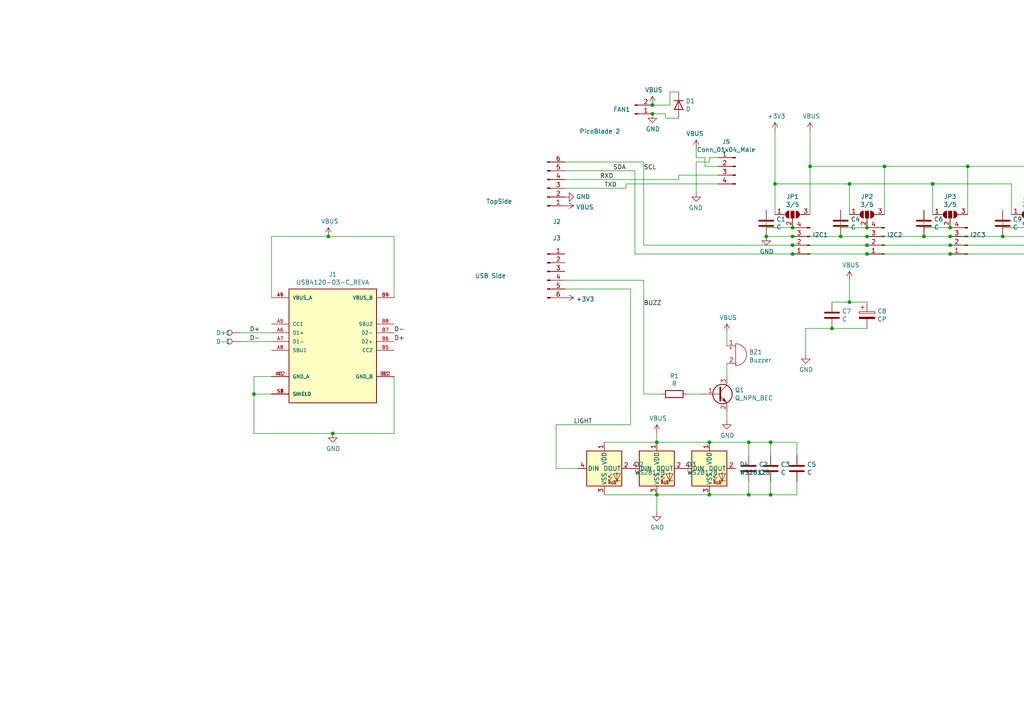
<source format=kicad_sch>
(kicad_sch (version 20211123) (generator eeschema)
  (paper "A4")
  (lib_symbols
    (symbol "Connector:Conn_01x02_Male" (pin_names (offset 1.016) hide)
      (property "Reference" "J" (at 0 2.54 0))
      (property "Value" "Conn_01x02_Male" (at 0 -5.08 0))
      (symbol "Conn_01x02_Male_1_1"
        (polyline (pts (xy 1.27 -2.54) (xy 0.8636 -2.54)) (stroke (width 0.1524)))
        (polyline (pts (xy 1.27 0) (xy 0.8636 0)) (stroke (width 0.1524)))
        (rectangle (start 0.8636 -2.413) (end 0 -2.667) (stroke (width 0.1524)) (fill (type outline)))
        (rectangle (start 0.8636 0.127) (end 0 -0.127) (stroke (width 0.1524)) (fill (type outline)))
        (pin passive line (at 5.08 0 180) (length 3.81) (name "Pin_1") (number "1"))
        (pin passive line (at 5.08 -2.54 180) (length 3.81) (name "Pin_2") (number "2"))
      )
    )
    (symbol "Connector:Conn_01x04_Male" (pin_names (offset 1.016) hide)
      (property "Reference" "J" (at 0 5.08 0))
      (property "Value" "Conn_01x04_Male" (at 0 -7.62 0))
      (symbol "Conn_01x04_Male_1_1"
        (polyline (pts (xy 1.27 -5.08) (xy 0.8636 -5.08)) (stroke (width 0.1524)))
        (polyline (pts (xy 1.27 -2.54) (xy 0.8636 -2.54)) (stroke (width 0.1524)))
        (polyline (pts (xy 1.27 0) (xy 0.8636 0)) (stroke (width 0.1524)))
        (polyline (pts (xy 1.27 2.54) (xy 0.8636 2.54)) (stroke (width 0.1524)))
        (rectangle (start 0.8636 -4.953) (end 0 -5.207) (stroke (width 0.1524)) (fill (type outline)))
        (rectangle (start 0.8636 -2.413) (end 0 -2.667) (stroke (width 0.1524)) (fill (type outline)))
        (rectangle (start 0.8636 0.127) (end 0 -0.127) (stroke (width 0.1524)) (fill (type outline)))
        (rectangle (start 0.8636 2.667) (end 0 2.413) (stroke (width 0.1524)) (fill (type outline)))
        (pin passive line (at 5.08 2.54 180) (length 3.81) (name "Pin_1") (number "1"))
        (pin passive line (at 5.08 0 180) (length 3.81) (name "Pin_2") (number "2"))
        (pin passive line (at 5.08 -2.54 180) (length 3.81) (name "Pin_3") (number "3"))
        (pin passive line (at 5.08 -5.08 180) (length 3.81) (name "Pin_4") (number "4"))
      )
    )
    (symbol "Connector:Conn_01x06_Male" (pin_names (offset 1.016) hide)
      (property "Reference" "J" (at 0 7.62 0))
      (property "Value" "Conn_01x06_Male" (at 0 -10.16 0))
      (symbol "Conn_01x06_Male_1_1"
        (polyline (pts (xy 1.27 -7.62) (xy 0.8636 -7.62)) (stroke (width 0.1524)))
        (polyline (pts (xy 1.27 -5.08) (xy 0.8636 -5.08)) (stroke (width 0.1524)))
        (polyline (pts (xy 1.27 -2.54) (xy 0.8636 -2.54)) (stroke (width 0.1524)))
        (polyline (pts (xy 1.27 0) (xy 0.8636 0)) (stroke (width 0.1524)))
        (polyline (pts (xy 1.27 2.54) (xy 0.8636 2.54)) (stroke (width 0.1524)))
        (polyline (pts (xy 1.27 5.08) (xy 0.8636 5.08)) (stroke (width 0.1524)))
        (rectangle (start 0.8636 -7.493) (end 0 -7.747) (stroke (width 0.1524)) (fill (type outline)))
        (rectangle (start 0.8636 -4.953) (end 0 -5.207) (stroke (width 0.1524)) (fill (type outline)))
        (rectangle (start 0.8636 -2.413) (end 0 -2.667) (stroke (width 0.1524)) (fill (type outline)))
        (rectangle (start 0.8636 0.127) (end 0 -0.127) (stroke (width 0.1524)) (fill (type outline)))
        (rectangle (start 0.8636 2.667) (end 0 2.413) (stroke (width 0.1524)) (fill (type outline)))
        (rectangle (start 0.8636 5.207) (end 0 4.953) (stroke (width 0.1524)) (fill (type outline)))
        (pin passive line (at 5.08 5.08 180) (length 3.81) (name "Pin_1") (number "1"))
        (pin passive line (at 5.08 2.54 180) (length 3.81) (name "Pin_2") (number "2"))
        (pin passive line (at 5.08 0 180) (length 3.81) (name "Pin_3") (number "3"))
        (pin passive line (at 5.08 -2.54 180) (length 3.81) (name "Pin_4") (number "4"))
        (pin passive line (at 5.08 -5.08 180) (length 3.81) (name "Pin_5") (number "5"))
        (pin passive line (at 5.08 -7.62 180) (length 3.81) (name "Pin_6") (number "6"))
      )
    )
    (symbol "Connector:TestPoint" (pin_numbers hide) (pin_names (offset 0.762) hide)
      (property "Reference" "TP" (at 0 6.858 0))
      (property "Value" "TestPoint" (at 0 5.08 0))
      (symbol "TestPoint_0_1"
        (circle (center 0 3.302) (radius 0.762))
      )
      (symbol "TestPoint_1_1"
        (pin passive line (at 0 0 90) (length 2.54) (name "1") (number "1"))
      )
    )
    (symbol "Device:Buzzer" (pin_names (offset 0.0254) hide)
      (property "Reference" "BZ" (at 3.81 1.27 0))
      (property "Value" "Buzzer" (at 3.81 -1.27 0))
      (symbol "Buzzer_0_1"
        (arc (start 0 -3.175) (mid 3.175 0) (end 0 3.175))
        (polyline (pts (xy -1.651 1.905) (xy -1.143 1.905)))
        (polyline (pts (xy -1.397 2.159) (xy -1.397 1.651)))
        (polyline (pts (xy 0 3.175) (xy 0 -3.175)))
      )
      (symbol "Buzzer_1_1"
        (pin passive line (at -2.54 2.54 0) (length 2.54) (name "-") (number "1"))
        (pin passive line (at -2.54 -2.54 0) (length 2.54) (name "+") (number "2"))
      )
    )
    (symbol "Device:C" (pin_numbers hide) (pin_names (offset 0.254))
      (property "Reference" "C" (at 0.635 2.54 0))
      (property "Value" "C" (at 0.635 -2.54 0))
      (symbol "C_0_1"
        (polyline (pts (xy -2.032 -0.762) (xy 2.032 -0.762)) (stroke (width 0.508)))
        (polyline (pts (xy -2.032 0.762) (xy 2.032 0.762)) (stroke (width 0.508)))
      )
      (symbol "C_1_1"
        (pin passive line (at 0 3.81 270) (length 2.794) (name "~") (number "1"))
        (pin passive line (at 0 -3.81 90) (length 2.794) (name "~") (number "2"))
      )
    )
    (symbol "Device:CP" (pin_numbers hide) (pin_names (offset 0.254))
      (property "Reference" "C" (at 0.635 2.54 0))
      (property "Value" "Device_CP" (at 0.635 -2.54 0))
      (symbol "CP_0_1"
        (rectangle (start -2.286 0.508) (end 2.286 1.016))
        (polyline (pts (xy -1.778 2.286) (xy -0.762 2.286)))
        (polyline (pts (xy -1.27 2.794) (xy -1.27 1.778)))
        (rectangle (start 2.286 -0.508) (end -2.286 -1.016) (fill (type outline)))
      )
      (symbol "CP_1_1"
        (pin passive line (at 0 3.81 270) (length 2.794) (name "~") (number "1"))
        (pin passive line (at 0 -3.81 90) (length 2.794) (name "~") (number "2"))
      )
    )
    (symbol "Device:D" (pin_numbers hide) (pin_names (offset 1.016) hide)
      (property "Reference" "D" (at 0 2.54 0))
      (property "Value" "D" (at 0 -2.54 0))
      (symbol "D_0_1"
        (polyline (pts (xy -1.27 1.27) (xy -1.27 -1.27)) (stroke (width 0.254)))
        (polyline (pts (xy 1.27 0) (xy -1.27 0)))
        (polyline (pts (xy 1.27 1.27) (xy 1.27 -1.27) (xy -1.27 0) (xy 1.27 1.27)) (stroke (width 0.254)))
      )
      (symbol "D_1_1"
        (pin passive line (at -3.81 0 0) (length 2.54) (name "K") (number "1"))
        (pin passive line (at 3.81 0 180) (length 2.54) (name "A") (number "2"))
      )
    )
    (symbol "Device:Q_NPN_BEC" (pin_names (offset 0) hide)
      (property "Reference" "Q" (at 5.08 1.27 0))
      (property "Value" "Q_NPN_BEC" (at 5.08 -1.27 0))
      (symbol "Q_NPN_BEC_0_1"
        (polyline (pts (xy 0.635 0.635) (xy 2.54 2.54)))
        (polyline (pts (xy 0.635 -0.635) (xy 2.54 -2.54) (xy 2.54 -2.54)))
        (polyline (pts (xy 0.635 1.905) (xy 0.635 -1.905) (xy 0.635 -1.905)) (stroke (width 0.508)))
        (polyline (pts (xy 1.27 -1.778) (xy 1.778 -1.27) (xy 2.286 -2.286) (xy 1.27 -1.778) (xy 1.27 -1.778)) (fill (type outline)))
        (circle (center 1.27 0) (radius 2.8194) (stroke (width 0.254)))
      )
      (symbol "Q_NPN_BEC_1_1"
        (pin input line (at -5.08 0 0) (length 5.715) (name "B") (number "1"))
        (pin passive line (at 2.54 -5.08 90) (length 2.54) (name "E") (number "2"))
        (pin passive line (at 2.54 5.08 270) (length 2.54) (name "C") (number "3"))
      )
    )
    (symbol "Device:R" (pin_numbers hide) (pin_names (offset 0))
      (property "Reference" "R" (at 2.032 0 90))
      (property "Value" "R" (at 0 0 90))
      (symbol "R_0_1"
        (rectangle (start -1.016 -2.54) (end 1.016 2.54) (stroke (width 0.254)))
      )
      (symbol "R_1_1"
        (pin passive line (at 0 3.81 270) (length 1.27) (name "~") (number "1"))
        (pin passive line (at 0 -3.81 90) (length 1.27) (name "~") (number "2"))
      )
    )
    (symbol "Jumper:SolderJumper_3_Open" (pin_names (offset 0) hide)
      (property "Reference" "JP" (at -2.54 -2.54 0))
      (property "Value" "SolderJumper_3_Open" (at 0 2.794 0))
      (symbol "SolderJumper_3_Open_0_1"
        (arc (start -1.016 1.016) (mid -2.032 0) (end -1.016 -1.016))
        (arc (start -1.016 1.016) (mid -2.032 0) (end -1.016 -1.016) (fill (type outline)))
        (rectangle (start -0.508 1.016) (end 0.508 -1.016) (fill (type outline)))
        (polyline (pts (xy -2.54 0) (xy -2.032 0)))
        (polyline (pts (xy -1.016 1.016) (xy -1.016 -1.016)))
        (polyline (pts (xy 0 -1.27) (xy 0 -1.016)))
        (polyline (pts (xy 1.016 1.016) (xy 1.016 -1.016)))
        (polyline (pts (xy 2.54 0) (xy 2.032 0)))
        (arc (start 1.016 -1.016) (mid 2.032 0) (end 1.016 1.016))
        (arc (start 1.016 -1.016) (mid 2.032 0) (end 1.016 1.016) (fill (type outline)))
      )
      (symbol "SolderJumper_3_Open_1_1"
        (pin passive line (at -5.08 0 0) (length 2.54) (name "A") (number "1"))
        (pin passive line (at 0 -3.81 90) (length 2.54) (name "C") (number "2"))
        (pin passive line (at 5.08 0 180) (length 2.54) (name "B") (number "3"))
      )
    )
    (symbol "LED:WS2812B" (pin_names (offset 0.254))
      (property "Reference" "D" (at 5.08 5.715 0))
      (property "Value" "WS2812B" (at 1.27 -5.715 0))
      (symbol "WS2812B_0_0"
        (text "RGB" (at 2.286 -4.191 0) (effects (font (size 0.762 0.762))))
      )
      (symbol "WS2812B_0_1"
        (polyline (pts (xy 1.27 -3.556) (xy 1.778 -3.556)))
        (polyline (pts (xy 1.27 -2.54) (xy 1.778 -2.54)))
        (polyline (pts (xy 4.699 -3.556) (xy 2.667 -3.556)))
        (polyline (pts (xy 2.286 -2.54) (xy 1.27 -3.556) (xy 1.27 -3.048)))
        (polyline (pts (xy 2.286 -1.524) (xy 1.27 -2.54) (xy 1.27 -2.032)))
        (polyline (pts (xy 3.683 -1.016) (xy 3.683 -3.556) (xy 3.683 -4.064)))
        (polyline (pts (xy 4.699 -1.524) (xy 2.667 -1.524) (xy 3.683 -3.556) (xy 4.699 -1.524)))
        (rectangle (start 5.08 5.08) (end -5.08 -5.08) (stroke (width 0.254)) (fill (type background)))
      )
      (symbol "WS2812B_1_1"
        (pin power_in line (at 0 7.62 270) (length 2.54) (name "VDD") (number "1"))
        (pin output line (at 7.62 0 180) (length 2.54) (name "DOUT") (number "2"))
        (pin power_in line (at 0 -7.62 90) (length 2.54) (name "VSS") (number "3"))
        (pin input line (at -7.62 0 0) (length 2.54) (name "DIN") (number "4"))
      )
    )
    (symbol "USB4120-03-C_REVA:USB4120-03-C_REVA" (pin_names (offset 1.016))
      (property "Reference" "J" (at -12.7 16.002 0))
      (property "Value" "USB4120-03-C_REVA" (at -12.7 -18.542 0))
      (symbol "USB4120-03-C_REVA_0_0"
        (rectangle (start -12.7 -17.78) (end 12.7 15.24) (stroke (width 0.254)) (fill (type background)))
        (pin power_in line (at -17.78 -10.16 0) (length 5.08) (name "GND_A") (number "A1"))
        (pin power_in line (at -17.78 -10.16 0) (length 5.08) (name "GND_A") (number "A12"))
        (pin power_in line (at -17.78 12.7 0) (length 5.08) (name "VBUS_A") (number "A4"))
        (pin bidirectional line (at -17.78 5.08 0) (length 5.08) (name "CC1") (number "A5"))
        (pin bidirectional line (at -17.78 2.54 0) (length 5.08) (name "D1+") (number "A6"))
        (pin bidirectional line (at -17.78 0 0) (length 5.08) (name "D1-") (number "A7"))
        (pin bidirectional line (at -17.78 -2.54 0) (length 5.08) (name "SBU1") (number "A8"))
        (pin power_in line (at -17.78 12.7 0) (length 5.08) (name "VBUS_A") (number "A9"))
        (pin power_in line (at 17.78 -10.16 180) (length 5.08) (name "GND_B") (number "B1"))
        (pin power_in line (at 17.78 -10.16 180) (length 5.08) (name "GND_B") (number "B12"))
        (pin power_in line (at 17.78 12.7 180) (length 5.08) (name "VBUS_B") (number "B4"))
        (pin bidirectional line (at 17.78 -2.54 180) (length 5.08) (name "CC2") (number "B5"))
        (pin bidirectional line (at 17.78 0 180) (length 5.08) (name "D2+") (number "B6"))
        (pin bidirectional line (at 17.78 2.54 180) (length 5.08) (name "D2-") (number "B7"))
        (pin bidirectional line (at 17.78 5.08 180) (length 5.08) (name "SBU2") (number "B8"))
        (pin power_in line (at 17.78 12.7 180) (length 5.08) (name "VBUS_B") (number "B9"))
        (pin passive line (at -17.78 -15.24 0) (length 5.08) (name "SHIELD") (number "S1"))
        (pin passive line (at -17.78 -15.24 0) (length 5.08) (name "SHIELD") (number "S2"))
        (pin passive line (at -17.78 -15.24 0) (length 5.08) (name "SHIELD") (number "S3"))
        (pin passive line (at -17.78 -15.24 0) (length 5.08) (name "SHIELD") (number "S4"))
      )
    )
    (symbol "power:+3V3" (power) (pin_names (offset 0))
      (property "Value" "+3V3" (at 0 3.556 0))
      (symbol "+3V3_0_1"
        (polyline (pts (xy -0.762 1.27) (xy 0 2.54)))
        (polyline (pts (xy 0 0) (xy 0 2.54)))
        (polyline (pts (xy 0 2.54) (xy 0.762 1.27)))
      )
      (symbol "+3V3_1_1"
        (pin power_in line (at 0 0 90) (length 0) hide (name "+3V3") (number "1"))
      )
    )
    (symbol "power:GND" (power) (pin_names (offset 0))
      (property "Value" "GND" (at 0 -3.81 0))
      (symbol "GND_0_1"
        (polyline (pts (xy 0 0) (xy 0 -1.27) (xy 1.27 -1.27) (xy 0 -2.54) (xy -1.27 -1.27) (xy 0 -1.27)))
      )
      (symbol "GND_1_1"
        (pin power_in line (at 0 0 270) (length 0) hide (name "GND") (number "1"))
      )
    )
    (symbol "power:VBUS" (power) (pin_names (offset 0))
      (property "Value" "VBUS" (at 0 3.81 0))
      (symbol "VBUS_0_1"
        (polyline (pts (xy -0.762 1.27) (xy 0 2.54)))
        (polyline (pts (xy 0 0) (xy 0 2.54)))
        (polyline (pts (xy 0 2.54) (xy 0.762 1.27)))
      )
      (symbol "VBUS_1_1"
        (pin power_in line (at 0 0 90) (length 0) hide (name "VBUS") (number "1"))
      )
    )
  )
  (junction (at 223.52 128.27))
  (junction (at 251.46 71.12))
  (junction (at 96.52 125.73))
  (junction (at 229.87 73.66))
  (junction (at 189.23 33.02))
  (junction (at 222.25 68.58))
  (junction (at 217.17 143.51))
  (junction (at 229.87 71.12))
  (junction (at 256.54 48.26))
  (junction (at 224.79 53.34))
  (junction (at 205.74 143.51))
  (junction (at 275.59 73.66))
  (junction (at 73.66 114.3))
  (junction (at 275.59 71.12))
  (junction (at 190.5 128.27))
  (junction (at 217.17 128.27))
  (junction (at 223.52 143.51))
  (junction (at 275.59 68.58))
  (junction (at 298.45 66.04))
  (junction (at 190.5 143.51))
  (junction (at 267.97 68.58))
  (junction (at 205.74 128.27))
  (junction (at 229.87 68.58))
  (junction (at 251.46 68.58))
  (junction (at 241.3 95.25))
  (junction (at 280.67 48.26))
  (junction (at 189.23 30.48))
  (junction (at 234.95 48.26))
  (junction (at 246.38 53.34))
  (junction (at 290.83 68.58))
  (junction (at 229.87 66.04))
  (junction (at 275.59 66.04))
  (junction (at 95.25 68.58))
  (junction (at 243.84 68.58))
  (junction (at 251.46 73.66))
  (junction (at 251.46 66.04))
  (junction (at 270.51 53.34))
  (junction (at 246.38 87.63))
  (wire (pts (xy 251.46 73.66) (xy 229.87 73.66)))
  (wire (pts (xy 78.74 68.58) (xy 95.25 68.58)))
  (wire (pts (xy 210.82 121.92) (xy 210.82 119.38)))
  (wire (pts (xy 217.17 139.7) (xy 217.17 143.51)))
  (wire (pts (xy 78.74 109.22) (xy 73.66 109.22)))
  (wire (pts (xy 196.85 50.8) (xy 208.28 50.8)))
  (wire (pts (xy 186.69 81.28) (xy 163.83 81.28)))
  (wire (pts (xy 246.38 53.34) (xy 246.38 62.23)))
  (wire (pts (xy 222.25 68.58) (xy 229.87 68.58)))
  (wire (pts (xy 73.66 109.22) (xy 73.66 114.3)))
  (wire (pts (xy 298.45 68.58) (xy 290.83 68.58)))
  (wire (pts (xy 194.31 26.67) (xy 196.85 26.67)))
  (wire (pts (xy 196.85 52.07) (xy 196.85 50.8)))
  (wire (pts (xy 184.15 73.66) (xy 229.87 73.66)))
  (wire (pts (xy 303.53 48.26) (xy 303.53 62.23)))
  (wire (pts (xy 201.93 46.99) (xy 201.93 55.88)))
  (wire (pts (xy 233.68 102.87) (xy 233.68 95.25)))
  (wire (pts (xy 190.5 143.51) (xy 205.74 143.51)))
  (wire (pts (xy 114.3 86.36) (xy 114.3 68.58)))
  (wire (pts (xy 275.59 68.58) (xy 290.83 68.58)))
  (wire (pts (xy 241.3 87.63) (xy 246.38 87.63)))
  (wire (pts (xy 73.66 125.73) (xy 96.52 125.73)))
  (wire (pts (xy 217.17 128.27) (xy 205.74 128.27)))
  (wire (pts (xy 246.38 87.63) (xy 251.46 87.63)))
  (wire (pts (xy 275.59 71.12) (xy 251.46 71.12)))
  (wire (pts (xy 246.38 53.34) (xy 270.51 53.34)))
  (wire (pts (xy 267.97 60.96) (xy 267.97 66.04)))
  (wire (pts (xy 186.69 114.3) (xy 186.69 81.28)))
  (wire (pts (xy 204.47 45.72) (xy 204.47 48.26)))
  (wire (pts (xy 114.3 125.73) (xy 96.52 125.73)))
  (wire (pts (xy 201.93 45.72) (xy 201.93 43.18)))
  (wire (pts (xy 186.69 71.12) (xy 229.87 71.12)))
  (wire (pts (xy 222.25 66.04) (xy 229.87 66.04)))
  (wire (pts (xy 217.17 143.51) (xy 223.52 143.51)))
  (wire (pts (xy 246.38 87.63) (xy 246.38 81.28)))
  (wire (pts (xy 190.5 128.27) (xy 175.26 128.27)))
  (wire (pts (xy 163.83 52.07) (xy 196.85 52.07)))
  (wire (pts (xy 73.66 114.3) (xy 73.66 125.73)))
  (wire (pts (xy 193.04 34.29) (xy 196.85 34.29)))
  (wire (pts (xy 69.85 96.52) (xy 78.74 96.52)))
  (wire (pts (xy 303.53 48.26) (xy 280.67 48.26)))
  (wire (pts (xy 231.14 143.51) (xy 231.14 139.7)))
  (wire (pts (xy 163.83 49.53) (xy 184.15 49.53)))
  (wire (pts (xy 190.5 148.59) (xy 190.5 143.51)))
  (wire (pts (xy 243.84 68.58) (xy 229.87 68.58)))
  (wire (pts (xy 270.51 53.34) (xy 293.37 53.34)))
  (wire (pts (xy 194.31 30.48) (xy 194.31 26.67)))
  (wire (pts (xy 205.74 46.99) (xy 205.74 45.72)))
  (wire (pts (xy 233.68 95.25) (xy 241.3 95.25)))
  (wire (pts (xy 208.28 53.34) (xy 181.61 53.34)))
  (wire (pts (xy 163.83 83.82) (xy 182.88 83.82)))
  (wire (pts (xy 241.3 95.25) (xy 251.46 95.25)))
  (wire (pts (xy 175.26 143.51) (xy 190.5 143.51)))
  (wire (pts (xy 114.3 109.22) (xy 114.3 125.73)))
  (wire (pts (xy 224.79 53.34) (xy 224.79 38.1)))
  (wire (pts (xy 234.95 48.26) (xy 234.95 62.23)))
  (wire (pts (xy 256.54 48.26) (xy 256.54 62.23)))
  (wire (pts (xy 69.85 99.06) (xy 78.74 99.06)))
  (wire (pts (xy 243.84 66.04) (xy 251.46 66.04)))
  (wire (pts (xy 267.97 66.04) (xy 275.59 66.04)))
  (wire (pts (xy 223.52 132.08) (xy 223.52 128.27)))
  (wire (pts (xy 290.83 66.04) (xy 298.45 66.04)))
  (wire (pts (xy 205.74 45.72) (xy 208.28 45.72)))
  (wire (pts (xy 78.74 114.3) (xy 73.66 114.3)))
  (wire (pts (xy 270.51 53.34) (xy 270.51 62.23)))
  (wire (pts (xy 182.88 123.19) (xy 161.29 123.19)))
  (wire (pts (xy 222.25 60.96) (xy 222.25 66.04)))
  (wire (pts (xy 223.52 139.7) (xy 223.52 143.51)))
  (wire (pts (xy 186.69 46.99) (xy 186.69 71.12)))
  (wire (pts (xy 256.54 48.26) (xy 280.67 48.26)))
  (wire (pts (xy 114.3 68.58) (xy 95.25 68.58)))
  (wire (pts (xy 251.46 68.58) (xy 243.84 68.58)))
  (wire (pts (xy 293.37 53.34) (xy 293.37 62.23)))
  (wire (pts (xy 189.23 33.02) (xy 193.04 33.02)))
  (wire (pts (xy 223.52 143.51) (xy 231.14 143.51)))
  (wire (pts (xy 267.97 68.58) (xy 275.59 68.58)))
  (wire (pts (xy 189.23 30.48) (xy 194.31 30.48)))
  (wire (pts (xy 210.82 105.41) (xy 210.82 109.22)))
  (wire (pts (xy 191.77 114.3) (xy 186.69 114.3)))
  (wire (pts (xy 224.79 53.34) (xy 246.38 53.34)))
  (wire (pts (xy 203.2 114.3) (xy 199.39 114.3)))
  (wire (pts (xy 298.45 73.66) (xy 275.59 73.66)))
  (wire (pts (xy 205.74 128.27) (xy 190.5 128.27)))
  (wire (pts (xy 217.17 132.08) (xy 217.17 128.27)))
  (wire (pts (xy 290.83 60.96) (xy 290.83 66.04)))
  (wire (pts (xy 224.79 53.34) (xy 224.79 62.23)))
  (wire (pts (xy 223.52 128.27) (xy 217.17 128.27)))
  (wire (pts (xy 234.95 48.26) (xy 256.54 48.26)))
  (wire (pts (xy 205.74 143.51) (xy 217.17 143.51)))
  (wire (pts (xy 201.93 45.72) (xy 204.47 45.72)))
  (wire (pts (xy 229.87 71.12) (xy 251.46 71.12)))
  (wire (pts (xy 204.47 48.26) (xy 208.28 48.26)))
  (wire (pts (xy 78.74 86.36) (xy 78.74 68.58)))
  (wire (pts (xy 184.15 49.53) (xy 184.15 73.66)))
  (wire (pts (xy 161.29 123.19) (xy 161.29 135.89)))
  (wire (pts (xy 201.93 46.99) (xy 205.74 46.99)))
  (wire (pts (xy 161.29 135.89) (xy 167.64 135.89)))
  (wire (pts (xy 275.59 73.66) (xy 251.46 73.66)))
  (wire (pts (xy 182.88 83.82) (xy 182.88 123.19)))
  (wire (pts (xy 190.5 128.27) (xy 190.5 125.73)))
  (wire (pts (xy 231.14 132.08) (xy 231.14 128.27)))
  (wire (pts (xy 193.04 33.02) (xy 193.04 34.29)))
  (wire (pts (xy 231.14 128.27) (xy 223.52 128.27)))
  (wire (pts (xy 267.97 68.58) (xy 251.46 68.58)))
  (wire (pts (xy 210.82 100.33) (xy 210.82 96.52)))
  (wire (pts (xy 280.67 48.26) (xy 280.67 62.23)))
  (wire (pts (xy 163.83 46.99) (xy 186.69 46.99)))
  (wire (pts (xy 298.45 71.12) (xy 275.59 71.12)))
  (wire (pts (xy 181.61 53.34) (xy 181.61 54.61)))
  (wire (pts (xy 243.84 60.96) (xy 243.84 66.04)))
  (wire (pts (xy 234.95 38.1) (xy 234.95 48.26)))
  (wire (pts (xy 163.83 54.61) (xy 181.61 54.61)))
  (label "SCL" (at 186.69 49.53 0))
  (label "LIGHT" (at 166.37 123.19 0))
  (label "D-" (at 114.3 96.52 0))
  (label "RXD" (at 173.99 52.07 0))
  (label "D+" (at 114.3 99.06 0))
  (label "D-" (at 72.39 99.06 0))
  (label "BUZZ" (at 186.69 88.9 0))
  (label "SDA" (at 177.8 49.53 0))
  (label "TXD" (at 175.26 54.61 0))
  (label "D+" (at 72.39 96.52 0))
  (symbol (lib_id "Connector:Conn_01x06_Male") (at 158.75 54.61 0) (mirror x) (unit 1)
    (property "Reference" "J2" (at 161.4932 64.2874 0))
    (property "Value" "TopSide" (at 144.78 58.42 0))
    (property "Footprint" "edge:Edgesmol" (effects hide))
  )
  (symbol (lib_id "Connector:Conn_01x06_Male") (at 158.75 78.74 0) (unit 1)
    (property "Reference" "J3" (at 161.4932 69.0626 0))
    (property "Value" "USB Side" (at 142.24 80.01 0))
    (property "Footprint" "edge:Edgesmol" (effects hide))
  )
  (symbol (lib_id "Connector:Conn_01x04_Male") (at 213.36 48.26 0) (mirror y) (unit 1)
    (property "Reference" "J5" (at 210.6168 41.1226 0))
    (property "Value" "Conn_01x04_Male" (at 210.6168 43.434 0))
    (property "Footprint" "Connector_Molex:Molex_PicoBlade_53398-0471_1x04-1MP_P1.25mm_Vertical" (effects hide))
  )
  (symbol (lib_id "Connector:Conn_01x04_Male") (at 234.95 71.12 180) (unit 1)
    (property "Reference" "I2C1" (at 235.6612 68.1228 0) (effects (justify right)))
    (property "Value" "Conn_01x04_Male" (effects hide))
    (property "Footprint" "Connector_PinHeader_2.54mm:PinHeader_1x04_P2.54mm_Vertical" (effects hide))
  )
  (symbol (lib_id "Connector:Conn_01x04_Male") (at 280.67 71.12 180) (unit 1)
    (property "Reference" "I2C3" (at 281.3812 68.1228 0) (effects (justify right)))
    (property "Value" "Conn_01x04_Male" (effects hide))
    (property "Footprint" "Connector_PinHeader_2.54mm:PinHeader_1x04_P2.54mm_Vertical" (effects hide))
  )
  (symbol (lib_id "Connector:Conn_01x04_Male") (at 256.54 71.12 180) (unit 1)
    (property "Reference" "I2C2" (at 257.2512 68.1228 0) (effects (justify right)))
    (property "Value" "I2C1" (effects hide))
    (property "Footprint" "Connector_PinHeader_2.54mm:PinHeader_1x04_P2.54mm_Vertical" (effects hide))
  )
  (symbol (lib_id "power:GND") (at 222.25 68.58 0) (unit 1)
    (property "Reference" "#PWR0103" (effects hide))
    (property "Value" "GND" (at 222.377 72.9742 0))
  )
  (symbol (lib_id "power:+3V3") (at 224.79 38.1 0) (unit 1)
    (property "Reference" "#PWR0104" (effects hide))
    (property "Value" "+3V3" (at 225.171 33.7058 0))
  )
  (symbol (lib_id "power:GND") (at 201.93 55.88 0) (mirror y) (unit 1)
    (property "Reference" "#PWR0105" (effects hide))
    (property "Value" "GND" (at 201.803 60.2742 0))
  )
  (symbol (lib_id "power:VBUS") (at 201.93 43.18 0) (mirror y) (unit 1)
    (property "Reference" "#PWR0106" (effects hide))
    (property "Value" "VBUS" (at 201.549 38.7858 0))
  )
  (symbol (lib_id "Connector:Conn_01x02_Male") (at 184.15 33.02 0) (mirror x) (unit 1)
    (property "Reference" "FAN1" (at 180.34 31.75 0))
    (property "Value" "PicoBlade 2" (at 173.99 38.1 0))
    (property "Footprint" "Connector_Molex:Molex_PicoBlade_53398-0271_1x02-1MP_P1.25mm_Vertical" (effects hide))
  )
  (symbol (lib_id "power:GND") (at 189.23 33.02 0) (unit 1)
    (property "Reference" "#PWR0107" (effects hide))
    (property "Value" "GND" (at 189.357 37.4142 0))
  )
  (symbol (lib_id "Device:D") (at 196.85 30.48 270) (unit 1)
    (property "Reference" "D1" (at 198.882 29.3116 90) (effects (justify left)))
    (property "Value" "D" (at 198.882 31.623 90) (effects (justify left)))
    (property "Footprint" "Diode_SMD:D_0805_2012Metric" (effects hide))
  )
  (symbol (lib_id "USB4120-03-C_REVA:USB4120-03-C_REVA") (at 96.52 99.06 0) (unit 1)
    (property "Reference" "J1" (at 96.52 79.5782 0))
    (property "Value" "USB4120-03-C_REVA" (at 96.52 81.8896 0))
    (property "Footprint" "GCT_USB4120-03-C_REVA:GCT_USB4120-03-C_REVA" (effects hide))
    (property "MAXIMUM_PACKAGE_HEIGHT" "6.5mm" (effects hide))
    (property "STANDARD" "Manufacturer Recommendations" (effects hide))
    (property "PARTREV" "A" (effects hide))
    (property "MANUFACTURER" "GCT" (effects hide))
  )
  (symbol (lib_id "power:VBUS") (at 95.25 68.58 0) (unit 1)
    (property "Reference" "#PWR0101" (effects hide))
    (property "Value" "VBUS" (at 95.631 64.1858 0))
  )
  (symbol (lib_id "power:GND") (at 96.52 125.73 0) (unit 1)
    (property "Reference" "#PWR0102" (effects hide))
    (property "Value" "GND" (at 96.647 130.1242 0))
  )
  (symbol (lib_id "Connector:TestPoint") (at 69.85 99.06 90) (unit 1)
    (property "Reference" "D-1" (at 64.77 99.06 90))
    (property "Value" "D-" (effects hide))
    (property "Footprint" "TestPoint:TestPoint_Pad_D1.5mm" (effects hide))
  )
  (symbol (lib_id "Connector:TestPoint") (at 69.85 96.52 90) (unit 1)
    (property "Reference" "D+1" (at 64.77 96.52 90))
    (property "Value" "D+" (effects hide))
    (property "Footprint" "TestPoint:TestPoint_Pad_D1.5mm" (effects hide))
  )
  (symbol (lib_id "Device:Buzzer") (at 213.36 102.87 0) (unit 1)
    (property "Reference" "BZ1" (at 217.2208 102.1334 0) (effects (justify left)))
    (property "Value" "Buzzer" (at 217.2208 104.4448 0) (effects (justify left)))
    (property "Footprint" "Buzzer_Beeper:Buzzer_12x9.5RM7.6" (effects hide))
  )
  (symbol (lib_id "Device:C") (at 222.25 64.77 0) (unit 1)
    (property "Reference" "C1" (at 225.171 63.6016 0) (effects (justify left)))
    (property "Value" "C" (at 225.171 65.913 0) (effects (justify left)))
    (property "Footprint" "Capacitor_SMD:C_0805_2012Metric" (effects hide))
  )
  (symbol (lib_id "Device:C") (at 243.84 64.77 0) (unit 1)
    (property "Reference" "C4" (at 246.761 63.6016 0) (effects (justify left)))
    (property "Value" "C" (at 246.761 65.913 0) (effects (justify left)))
    (property "Footprint" "Capacitor_SMD:C_0805_2012Metric" (effects hide))
  )
  (symbol (lib_id "Device:C") (at 267.97 64.77 0) (unit 1)
    (property "Reference" "C6" (at 270.891 63.6016 0) (effects (justify left)))
    (property "Value" "C" (at 270.891 65.913 0) (effects (justify left)))
    (property "Footprint" "Capacitor_SMD:C_0805_2012Metric" (effects hide))
  )
  (symbol (lib_id "Device:C") (at 241.3 91.44 0) (unit 1)
    (property "Reference" "C7" (at 244.221 90.2716 0) (effects (justify left)))
    (property "Value" "C" (at 244.221 92.583 0) (effects (justify left)))
    (property "Footprint" "Capacitor_SMD:C_0805_2012Metric" (effects hide))
  )
  (symbol (lib_id "Device:CP") (at 251.46 91.44 0) (unit 1)
    (property "Reference" "C8" (at 254.4572 90.2716 0) (effects (justify left)))
    (property "Value" "CP" (at 254.4572 92.583 0) (effects (justify left)))
    (property "Footprint" "Capacitor_SMD:CP_Elec_6.3x7.7" (effects hide))
  )
  (symbol (lib_id "power:GND") (at 233.68 102.87 0) (unit 1)
    (property "Reference" "#PWR0109" (effects hide))
    (property "Value" "GND" (at 233.807 107.2642 0))
  )
  (symbol (lib_id "power:VBUS") (at 246.38 81.28 0) (unit 1)
    (property "Reference" "#PWR0110" (effects hide))
    (property "Value" "VBUS" (at 246.761 76.8858 0))
  )
  (symbol (lib_id "LED:WS2812B") (at 175.26 135.89 0) (unit 1)
    (property "Reference" "D2" (at 183.9976 134.7216 0) (effects (justify left)))
    (property "Value" "WS2812B" (at 183.9976 137.033 0) (effects (justify left)))
    (property "Footprint" "LED_SMD:LED_WS2812B_PLCC4_5.0x5.0mm_P3.2mm" (effects hide))
    (property "Datasheet" "https://cdn-shop.adafruit.com/datasheets/WS2812B.pdf" (effects hide))
  )
  (symbol (lib_id "LED:WS2812B") (at 190.5 135.89 0) (unit 1)
    (property "Reference" "D3" (at 199.2376 134.7216 0) (effects (justify left)))
    (property "Value" "WS2812B" (at 199.2376 137.033 0) (effects (justify left)))
    (property "Footprint" "LED_SMD:LED_WS2812B_PLCC4_5.0x5.0mm_P3.2mm" (effects hide))
    (property "Datasheet" "https://cdn-shop.adafruit.com/datasheets/WS2812B.pdf" (effects hide))
  )
  (symbol (lib_id "LED:WS2812B") (at 205.74 135.89 0) (unit 1)
    (property "Reference" "D4" (at 214.4776 134.7216 0) (effects (justify left)))
    (property "Value" "WS2812B" (at 214.4776 137.033 0) (effects (justify left)))
    (property "Footprint" "LED_SMD:LED_WS2812B_PLCC4_5.0x5.0mm_P3.2mm" (effects hide))
    (property "Datasheet" "https://cdn-shop.adafruit.com/datasheets/WS2812B.pdf" (effects hide))
  )
  (symbol (lib_id "power:GND") (at 190.5 148.59 0) (unit 1)
    (property "Reference" "#PWR0112" (effects hide))
    (property "Value" "GND" (at 190.627 152.9842 0))
  )
  (symbol (lib_id "power:VBUS") (at 190.5 125.73 0) (unit 1)
    (property "Reference" "#PWR0113" (effects hide))
    (property "Value" "VBUS" (at 190.881 121.3358 0))
  )
  (symbol (lib_id "Device:C") (at 231.14 135.89 0) (unit 1)
    (property "Reference" "C5" (at 234.061 134.7216 0) (effects (justify left)))
    (property "Value" "C" (at 234.061 137.033 0) (effects (justify left)))
    (property "Footprint" "Capacitor_SMD:C_0805_2012Metric" (effects hide))
  )
  (symbol (lib_id "Device:C") (at 223.52 135.89 0) (unit 1)
    (property "Reference" "C3" (at 226.441 134.7216 0) (effects (justify left)))
    (property "Value" "C" (at 226.441 137.033 0) (effects (justify left)))
    (property "Footprint" "Capacitor_SMD:C_0805_2012Metric" (effects hide))
  )
  (symbol (lib_id "Device:C") (at 217.17 135.89 0) (unit 1)
    (property "Reference" "C2" (at 220.091 134.7216 0) (effects (justify left)))
    (property "Value" "C" (at 220.091 137.033 0) (effects (justify left)))
    (property "Footprint" "Capacitor_SMD:C_0805_2012Metric" (effects hide))
  )
  (symbol (lib_id "power:+3V3") (at 163.83 86.36 270) (unit 1)
    (property "Reference" "#PWR0114" (effects hide))
    (property "Value" "+3V3" (at 167.0812 86.741 90) (effects (justify left)))
  )
  (symbol (lib_id "power:VBUS") (at 163.83 59.69 270) (unit 1)
    (property "Reference" "#PWR0115" (effects hide))
    (property "Value" "VBUS" (at 167.0812 60.071 90) (effects (justify left)))
  )
  (symbol (lib_id "power:GND") (at 163.83 57.15 90) (unit 1)
    (property "Reference" "#PWR0116" (effects hide))
    (property "Value" "GND" (at 167.0812 57.023 90) (effects (justify right)))
  )
  (symbol (lib_id "power:VBUS") (at 234.95 38.1 0) (unit 1)
    (property "Reference" "#PWR0111" (effects hide))
    (property "Value" "VBUS" (at 235.331 33.7058 0))
  )
  (symbol (lib_id "Device:R") (at 195.58 114.3 270) (unit 1)
    (property "Reference" "R1" (at 195.58 109.0422 90))
    (property "Value" "R" (at 195.58 111.3536 90))
    (property "Footprint" "Resistor_SMD:R_0805_2012Metric" (effects hide))
  )
  (symbol (lib_id "power:GND") (at 210.82 121.92 0) (unit 1)
    (property "Reference" "#PWR0117" (effects hide))
    (property "Value" "GND" (at 210.947 126.3142 0))
  )
  (symbol (lib_id "power:VBUS") (at 210.82 96.52 0) (unit 1)
    (property "Reference" "#PWR0118" (effects hide))
    (property "Value" "VBUS" (at 211.201 92.1258 0))
  )
  (symbol (lib_id "Connector:Conn_01x04_Male") (at 303.53 71.12 180) (unit 1)
    (property "Reference" "I2C4" (at 304.2412 68.1228 0) (effects (justify right)))
    (property "Value" "Conn_01x04_Male" (effects hide))
    (property "Footprint" "Connector_PinHeader_2.54mm:PinHeader_1x04_P2.54mm_Vertical" (effects hide))
  )
  (symbol (lib_id "Device:C") (at 290.83 64.77 0) (unit 1)
    (property "Reference" "C9" (at 293.751 63.6016 0) (effects (justify left)))
    (property "Value" "C" (at 293.751 65.913 0) (effects (justify left)))
    (property "Footprint" "Capacitor_SMD:C_0805_2012Metric" (effects hide))
  )
  (symbol (lib_id "Jumper:SolderJumper_3_Open") (at 229.87 62.23 0) (unit 1)
    (property "Reference" "JP1" (at 229.87 57.023 0))
    (property "Value" "3/5" (at 229.87 59.3344 0))
    (property "Footprint" "Jumper:SolderJumper-3_P1.3mm_Bridged12_Pad1.0x1.5mm_NumberLabels" (effects hide))
  )
  (symbol (lib_id "Jumper:SolderJumper_3_Open") (at 251.46 62.23 0) (unit 1)
    (property "Reference" "JP2" (at 251.46 57.023 0))
    (property "Value" "3/5" (at 251.46 59.3344 0))
    (property "Footprint" "Jumper:SolderJumper-3_P1.3mm_Bridged12_Pad1.0x1.5mm_NumberLabels" (effects hide))
  )
  (symbol (lib_id "Jumper:SolderJumper_3_Open") (at 275.59 62.23 0) (unit 1)
    (property "Reference" "JP3" (at 275.59 57.023 0))
    (property "Value" "3/5" (at 275.59 59.3344 0))
    (property "Footprint" "Jumper:SolderJumper-3_P1.3mm_Bridged12_Pad1.0x1.5mm_NumberLabels" (effects hide))
  )
  (symbol (lib_id "Jumper:SolderJumper_3_Open") (at 298.45 62.23 0) (unit 1)
    (property "Reference" "JP4" (at 298.45 57.023 0))
    (property "Value" "3/5" (at 298.45 59.3344 0))
    (property "Footprint" "Jumper:SolderJumper-3_P1.3mm_Bridged12_Pad1.0x1.5mm_NumberLabels" (effects hide))
  )
  (symbol (lib_id "power:VBUS") (at 189.23 30.48 0) (unit 1)
    (property "Reference" "#PWR0108" (effects hide))
    (property "Value" "VBUS" (at 189.611 26.0858 0))
  )
  (symbol (lib_id "Device:Q_NPN_BEC") (at 208.28 114.3 0) (unit 1)
    (property "Reference" "Q1" (at 213.1314 113.1316 0) (effects (justify left)))
    (property "Value" "Q_NPN_BEC" (at 213.1314 115.443 0) (effects (justify left)))
    (property "Footprint" "Package_TO_SOT_SMD:SOT-23W" (effects hide))
  )
)
</source>
